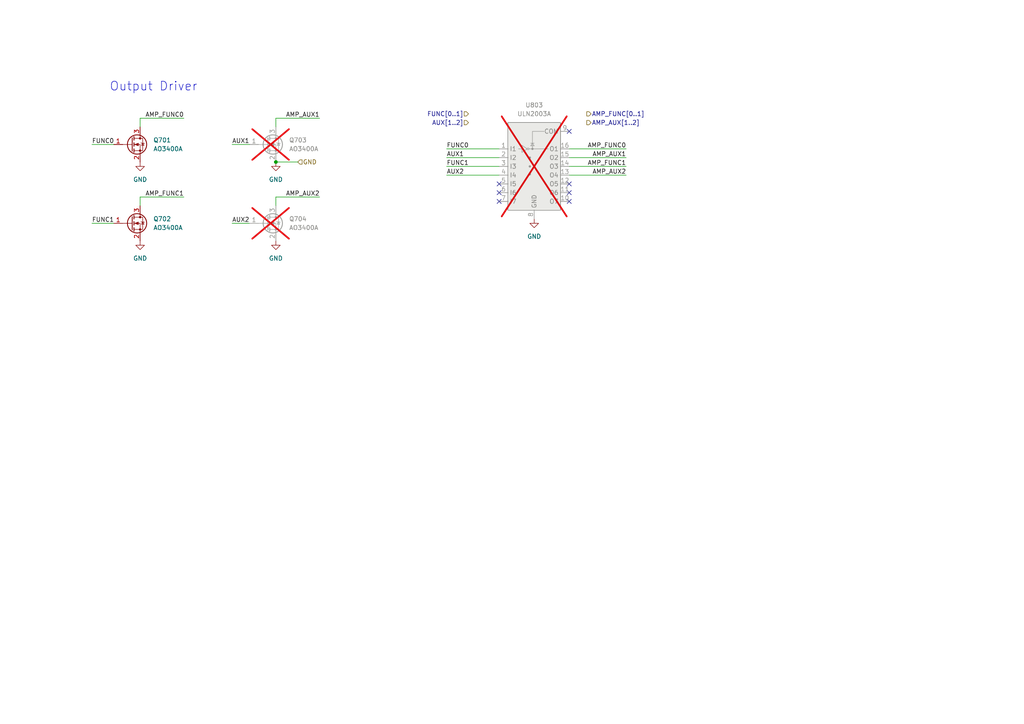
<source format=kicad_sch>
(kicad_sch (version 20231120) (generator "eeschema") (generator_version "8.0")
  (paper "A4")
  (lib_symbols
    (symbol "Transistor_Array:ULN2003A"
      (property "Reference" "U" (at 0 15.875 0))
      (property "Value" "ULN2003A" (at 0 13.97 0))
      (symbol "ULN2003A_0_1"
        (rectangle (start -7.62 -12.7) (end 7.62 12.7) (stroke (width 0.254)) (fill (type background)))
        (circle (center -1.778 5.08) (radius 0.254))
        (circle (center -1.27 -2.286) (radius 0.254) (fill (type outline)))
        (circle (center -1.27 0) (radius 0.254) (fill (type outline)))
        (circle (center -1.27 2.54) (radius 0.254) (fill (type outline)))
        (circle (center -0.508 5.08) (radius 0.254) (fill (type outline)))
        (polyline (pts (xy -4.572 5.08) (xy -3.556 5.08)))
        (polyline (pts (xy -1.524 5.08) (xy 4.064 5.08)))
        (polyline (pts (xy 0 6.731) (xy -1.016 6.731)))
        (polyline (pts (xy -0.508 5.08) (xy -0.508 10.16) (xy 2.921 10.16)))
        (polyline (pts (xy -3.556 6.096) (xy -3.556 4.064) (xy -2.032 5.08) (xy -3.556 6.096)))
        (polyline (pts (xy 0 5.969) (xy -1.016 5.969) (xy -0.508 6.731) (xy 0 5.969)))
      )
      (symbol "ULN2003A_1_1"
        (pin input line (at -10.16 5.08 0) (length 2.54) (name "I1") (number "1"))
        (pin open_collector line (at 10.16 -10.16 180) (length 2.54) (name "O7") (number "10"))
        (pin open_collector line (at 10.16 -7.62 180) (length 2.54) (name "O6") (number "11"))
        (pin open_collector line (at 10.16 -5.08 180) (length 2.54) (name "O5") (number "12"))
        (pin open_collector line (at 10.16 -2.54 180) (length 2.54) (name "O4") (number "13"))
        (pin open_collector line (at 10.16 0 180) (length 2.54) (name "O3") (number "14"))
        (pin open_collector line (at 10.16 2.54 180) (length 2.54) (name "O2") (number "15"))
        (pin open_collector line (at 10.16 5.08 180) (length 2.54) (name "O1") (number "16"))
        (pin input line (at -10.16 2.54 0) (length 2.54) (name "I2") (number "2"))
        (pin input line (at -10.16 0 0) (length 2.54) (name "I3") (number "3"))
        (pin input line (at -10.16 -2.54 0) (length 2.54) (name "I4") (number "4"))
        (pin input line (at -10.16 -5.08 0) (length 2.54) (name "I5") (number "5"))
        (pin input line (at -10.16 -7.62 0) (length 2.54) (name "I6") (number "6"))
        (pin input line (at -10.16 -10.16 0) (length 2.54) (name "I7") (number "7"))
        (pin power_in line (at 0 -15.24 90) (length 2.54) (name "GND") (number "8"))
        (pin passive line (at 10.16 10.16 180) (length 2.54) (name "COM") (number "9"))
      )
    )
    (symbol "Transistor_FET:AO3400A" (pin_names hide)
      (property "Reference" "Q" (at 5.08 1.905 0))
      (property "Value" "AO3400A" (at 5.08 0 0))
      (symbol "AO3400A_0_1"
        (polyline (pts (xy 0.254 0) (xy -2.54 0)))
        (polyline (pts (xy 0.254 1.905) (xy 0.254 -1.905)) (stroke (width 0.254)))
        (polyline (pts (xy 0.762 -1.27) (xy 0.762 -2.286)) (stroke (width 0.254)))
        (polyline (pts (xy 0.762 0.508) (xy 0.762 -0.508)) (stroke (width 0.254)))
        (polyline (pts (xy 0.762 2.286) (xy 0.762 1.27)) (stroke (width 0.254)))
        (polyline (pts (xy 2.54 2.54) (xy 2.54 1.778)))
        (polyline (pts (xy 2.54 -2.54) (xy 2.54 0) (xy 0.762 0)))
        (polyline (pts (xy 0.762 -1.778) (xy 3.302 -1.778) (xy 3.302 1.778) (xy 0.762 1.778)))
        (polyline (pts (xy 1.016 0) (xy 2.032 0.381) (xy 2.032 -0.381) (xy 1.016 0)) (fill (type outline)))
        (polyline (pts (xy 2.794 0.508) (xy 2.921 0.381) (xy 3.683 0.381) (xy 3.81 0.254)))
        (polyline (pts (xy 3.302 0.381) (xy 2.921 -0.254) (xy 3.683 -0.254) (xy 3.302 0.381)))
        (circle (center 1.651 0) (radius 2.794) (stroke (width 0.254)))
        (circle (center 2.54 -1.778) (radius 0.254) (fill (type outline)))
        (circle (center 2.54 1.778) (radius 0.254) (fill (type outline)))
      )
      (symbol "AO3400A_1_1"
        (pin input line (at -5.08 0 0) (length 2.54) (name "G") (number "1"))
        (pin passive line (at 2.54 -5.08 90) (length 2.54) (name "S") (number "2"))
        (pin passive line (at 2.54 5.08 270) (length 2.54) (name "D") (number "3"))
      )
    )
    (symbol "power:GND" (power) (pin_names (offset 0))
      (property "Value" "GND" (at 0 -3.81 0))
      (symbol "GND_0_1"
        (polyline (pts (xy 0 0) (xy 0 -1.27) (xy 1.27 -1.27) (xy 0 -2.54) (xy -1.27 -1.27) (xy 0 -1.27)))
      )
      (symbol "GND_1_1"
        (pin power_in line (at 0 0 270) (length 0) hide (name "GND") (number "1"))
      )
    )
  )
  (junction (at 80.01 46.99))
  (no_connect (at 144.78 53.34))
  (no_connect (at 144.78 55.88))
  (no_connect (at 144.78 58.42))
  (no_connect (at 165.1 55.88))
  (no_connect (at 165.1 58.42))
  (no_connect (at 165.1 53.34))
  (no_connect (at 165.1 38.1))
  (wire (pts (xy 165.1 50.8) (xy 181.61 50.8)))
  (wire (pts (xy 80.01 57.15) (xy 92.71 57.15)))
  (wire (pts (xy 129.54 45.72) (xy 144.78 45.72)))
  (wire (pts (xy 129.54 48.26) (xy 144.78 48.26)))
  (wire (pts (xy 67.31 64.77) (xy 72.39 64.77)))
  (wire (pts (xy 40.64 34.29) (xy 53.34 34.29)))
  (wire (pts (xy 80.01 59.69) (xy 80.01 57.15)))
  (wire (pts (xy 129.54 43.18) (xy 144.78 43.18)))
  (wire (pts (xy 165.1 43.18) (xy 181.61 43.18)))
  (wire (pts (xy 165.1 48.26) (xy 181.61 48.26)))
  (wire (pts (xy 40.64 59.69) (xy 40.64 57.15)))
  (wire (pts (xy 80.01 46.99) (xy 86.36 46.99)))
  (wire (pts (xy 40.64 57.15) (xy 53.34 57.15)))
  (wire (pts (xy 80.01 36.83) (xy 80.01 34.29)))
  (wire (pts (xy 26.67 64.77) (xy 33.02 64.77)))
  (wire (pts (xy 26.67 41.91) (xy 33.02 41.91)))
  (wire (pts (xy 67.31 41.91) (xy 72.39 41.91)))
  (wire (pts (xy 165.1 45.72) (xy 181.61 45.72)))
  (wire (pts (xy 129.54 50.8) (xy 144.78 50.8)))
  (wire (pts (xy 80.01 34.29) (xy 92.71 34.29)))
  (wire (pts (xy 40.64 36.83) (xy 40.64 34.29)))
  (text "Output Driver" (at 31.75 26.67 0) (effects (font (size 2.54 2.54)) (justify left bottom)))
  (label "AMP_FUNC1" (at 181.61 48.26 180))
  (label "AUX2" (at 129.54 50.8 0))
  (label "FUNC0" (at 26.67 41.91 0))
  (label "AMP_FUNC1" (at 53.34 57.15 180))
  (label "AMP_AUX1" (at 92.71 34.29 180))
  (label "AUX2" (at 67.31 64.77 0))
  (label "FUNC0" (at 129.54 43.18 0))
  (label "AUX1" (at 129.54 45.72 0))
  (label "AMP_AUX1" (at 181.61 45.72 180))
  (label "AMP_FUNC0" (at 53.34 34.29 180))
  (label "AMP_AUX2" (at 181.61 50.8 180))
  (label "AMP_FUNC0" (at 181.61 43.18 180))
  (label "AUX1" (at 67.31 41.91 0))
  (label "FUNC1" (at 26.67 64.77 0))
  (label "AMP_AUX2" (at 92.71 57.15 180))
  (label "FUNC1" (at 129.54 48.26 0))
  (hierarchical_label "AMP_AUX[1..2]" (shape output) (at 170.18 35.56 0))
  (hierarchical_label "GND" (shape input) (at 86.36 46.99 0))
  (hierarchical_label "AMP_FUNC[0..1]" (shape output) (at 170.18 33.02 0))
  (hierarchical_label "AUX[1..2]" (shape input) (at 135.89 35.56 180))
  (hierarchical_label "FUNC[0..1]" (shape input) (at 135.89 33.02 180))
  (symbol (lib_id "Transistor_FET:AO3400A") (at 38.1 64.77 0) (unit 1)
    (property "Reference" "Q702" (at 44.45 63.4999 0) (effects (justify left)))
    (property "Value" "AO3400A" (at 44.45 66.0399 0) (effects (justify left)))
    (property "Footprint" "Package_TO_SOT_SMD:SOT-23W_Handsoldering" (effects (hide yes)))
    (property "Datasheet" "http://www.aosmd.com/pdfs/datasheet/AO3400A.pdf" (effects (hide yes)))
    (property "Description" "30V Vds, 5.7A Id, N-Channel MOSFET, SOT-23" (effects (hide yes)))
    (property "Sim.Device" "PMOS" (effects (hide yes)))
    (property "Sim.Pins" "1=D 2=G 3=S" (effects (hide yes)))
    (property "Sim.Type" "VDMOS" (effects (hide yes)))
  )
  (symbol (lib_id "power:GND") (at 40.64 46.99 0) (unit 1)
    (property "Reference" "#PWR0807" (effects (hide yes)))
    (property "Value" "GND" (at 40.64 52.07 0))
    (property "Description" "Power symbol creates a global label with name \"GND\" , ground" (effects (hide yes)))
  )
  (symbol (lib_id "Transistor_FET:AO3400A") (at 77.47 41.91 0) (unit 1) (exclude_from_sim yes) (in_bom no) (on_board no) (dnp yes)
    (property "Reference" "Q703" (at 83.82 40.6399 0) (effects (justify left)))
    (property "Value" "AO3400A" (at 83.82 43.1799 0) (effects (justify left)))
    (property "Footprint" "Package_TO_SOT_SMD:SOT-23W_Handsoldering" (effects (hide yes)))
    (property "Datasheet" "http://www.aosmd.com/pdfs/datasheet/AO3400A.pdf" (effects (hide yes)))
    (property "Description" "30V Vds, 5.7A Id, N-Channel MOSFET, SOT-23" (effects (hide yes)))
    (property "Sim.Device" "PMOS" (effects (hide yes)))
    (property "Sim.Pins" "1=D 2=G 3=S" (effects (hide yes)))
    (property "Sim.Type" "VDMOS" (effects (hide yes)))
  )
  (symbol (lib_id "power:GND") (at 154.94 63.5 0) (unit 1)
    (property "Reference" "#PWR0805" (effects (hide yes)))
    (property "Value" "GND" (at 154.94 68.58 0))
    (property "Description" "Power symbol creates a global label with name \"GND\" , ground" (effects (hide yes)))
  )
  (symbol (lib_id "Transistor_Array:ULN2003A") (at 154.94 48.26 0) (unit 1) (exclude_from_sim yes) (in_bom no) (on_board no) (dnp yes)
    (property "Reference" "U803" (at 154.94 30.48 0))
    (property "Value" "ULN2003A" (at 154.94 33.02 0))
    (property "Footprint" "Package_SO:SOIC-16_4.55x10.3mm_P1.27mm" (effects (hide yes)))
    (property "Datasheet" "http://www.ti.com/lit/ds/symlink/uln2003a.pdf" (effects (hide yes)))
    (property "Description" "High Voltage, High Current Darlington Transistor Arrays, SOIC16/SOIC16W/DIP16/TSSOP16" (effects (hide yes)))
    (property "LCSC" "C7512" (effects (hide yes)))
  )
  (symbol (lib_id "power:GND") (at 80.01 69.85 0) (unit 1)
    (property "Reference" "#PWR0810" (effects (hide yes)))
    (property "Value" "GND" (at 80.01 74.93 0))
    (property "Description" "Power symbol creates a global label with name \"GND\" , ground" (effects (hide yes)))
  )
  (symbol (lib_id "Transistor_FET:AO3400A") (at 77.47 64.77 0) (unit 1) (exclude_from_sim yes) (in_bom no) (on_board no) (dnp yes)
    (property "Reference" "Q704" (at 83.82 63.4999 0) (effects (justify left)))
    (property "Value" "AO3400A" (at 83.82 66.0399 0) (effects (justify left)))
    (property "Footprint" "Package_TO_SOT_SMD:SOT-23W_Handsoldering" (effects (hide yes)))
    (property "Datasheet" "http://www.aosmd.com/pdfs/datasheet/AO3400A.pdf" (effects (hide yes)))
    (property "Description" "30V Vds, 5.7A Id, N-Channel MOSFET, SOT-23" (effects (hide yes)))
    (property "Sim.Device" "PMOS" (effects (hide yes)))
    (property "Sim.Pins" "1=D 2=G 3=S" (effects (hide yes)))
    (property "Sim.Type" "VDMOS" (effects (hide yes)))
  )
  (symbol (lib_id "power:GND") (at 80.01 46.99 0) (unit 1)
    (property "Reference" "#PWR0809" (effects (hide yes)))
    (property "Value" "GND" (at 80.01 52.07 0))
    (property "Description" "Power symbol creates a global label with name \"GND\" , ground" (effects (hide yes)))
  )
  (symbol (lib_id "power:GND") (at 40.64 69.85 0) (unit 1)
    (property "Reference" "#PWR0808" (effects (hide yes)))
    (property "Value" "GND" (at 40.64 74.93 0))
    (property "Description" "Power symbol creates a global label with name \"GND\" , ground" (effects (hide yes)))
  )
  (symbol (lib_id "Transistor_FET:AO3400A") (at 38.1 41.91 0) (unit 1)
    (property "Reference" "Q701" (at 44.45 40.6399 0) (effects (justify left)))
    (property "Value" "AO3400A" (at 44.45 43.1799 0) (effects (justify left)))
    (property "Footprint" "Package_TO_SOT_SMD:SOT-23W_Handsoldering" (effects (hide yes)))
    (property "Datasheet" "http://www.aosmd.com/pdfs/datasheet/AO3400A.pdf" (effects (hide yes)))
    (property "Description" "30V Vds, 5.7A Id, N-Channel MOSFET, SOT-23" (effects (hide yes)))
    (property "Sim.Device" "PMOS" (effects (hide yes)))
    (property "Sim.Type" "VDMOS" (effects (hide yes)))
    (property "Sim.Pins" "1=D 2=G 3=S" (effects (hide yes)))
  )
)
</source>
